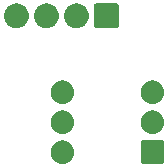
<source format=gbr>
G04 #@! TF.GenerationSoftware,KiCad,Pcbnew,7.0.9*
G04 #@! TF.CreationDate,2024-02-07T11:32:08+05:45*
G04 #@! TF.ProjectId,OBC-v4.0,4f42432d-7634-42e3-902e-6b696361645f,rev?*
G04 #@! TF.SameCoordinates,Original*
G04 #@! TF.FileFunction,Soldermask,Bot*
G04 #@! TF.FilePolarity,Negative*
%FSLAX46Y46*%
G04 Gerber Fmt 4.6, Leading zero omitted, Abs format (unit mm)*
G04 Created by KiCad (PCBNEW 7.0.9) date 2024-02-07 11:32:08*
%MOMM*%
%LPD*%
G01*
G04 APERTURE LIST*
G04 APERTURE END LIST*
G36*
X119181224Y-94119799D02*
G01*
X119224718Y-94119799D01*
X119273158Y-94128853D01*
X119327590Y-94134215D01*
X119368938Y-94146757D01*
X119406018Y-94153689D01*
X119457368Y-94173582D01*
X119515183Y-94191120D01*
X119548220Y-94208778D01*
X119578001Y-94220316D01*
X119629745Y-94252354D01*
X119688070Y-94283530D01*
X119712576Y-94303641D01*
X119734811Y-94317409D01*
X119784075Y-94362319D01*
X119839607Y-94407893D01*
X119856063Y-94427945D01*
X119871111Y-94441663D01*
X119914797Y-94499513D01*
X119963970Y-94559430D01*
X119973477Y-94577218D01*
X119982262Y-94588850D01*
X120017213Y-94659040D01*
X120056380Y-94732317D01*
X120060556Y-94746086D01*
X120064472Y-94753949D01*
X120087605Y-94835255D01*
X120113285Y-94919910D01*
X120114128Y-94928473D01*
X120114946Y-94931347D01*
X120123443Y-95023047D01*
X120132500Y-95115000D01*
X120123442Y-95206960D01*
X120114946Y-95298652D01*
X120114128Y-95301524D01*
X120113285Y-95310090D01*
X120087600Y-95394759D01*
X120064472Y-95476050D01*
X120060557Y-95483911D01*
X120056380Y-95497683D01*
X120017205Y-95570972D01*
X119982262Y-95641149D01*
X119973479Y-95652778D01*
X119963970Y-95670570D01*
X119914788Y-95730498D01*
X119871111Y-95788336D01*
X119856066Y-95802050D01*
X119839607Y-95822107D01*
X119784064Y-95867689D01*
X119734811Y-95912590D01*
X119712581Y-95926354D01*
X119688070Y-95946470D01*
X119629733Y-95977651D01*
X119578001Y-96009683D01*
X119548227Y-96021217D01*
X119515183Y-96038880D01*
X119457356Y-96056421D01*
X119406018Y-96076310D01*
X119368945Y-96083240D01*
X119327590Y-96095785D01*
X119273155Y-96101146D01*
X119224718Y-96110201D01*
X119181224Y-96110201D01*
X119132500Y-96115000D01*
X119083776Y-96110201D01*
X119040282Y-96110201D01*
X118991843Y-96101146D01*
X118937410Y-96095785D01*
X118896055Y-96083240D01*
X118858981Y-96076310D01*
X118807639Y-96056419D01*
X118749817Y-96038880D01*
X118716775Y-96021218D01*
X118686998Y-96009683D01*
X118635259Y-95977647D01*
X118576930Y-95946470D01*
X118552421Y-95926356D01*
X118530188Y-95912590D01*
X118480925Y-95867681D01*
X118425393Y-95822107D01*
X118408936Y-95802054D01*
X118393888Y-95788336D01*
X118350199Y-95730482D01*
X118301030Y-95670570D01*
X118291522Y-95652783D01*
X118282737Y-95641149D01*
X118247779Y-95570945D01*
X118208620Y-95497683D01*
X118204443Y-95483916D01*
X118200527Y-95476050D01*
X118177382Y-95394706D01*
X118151715Y-95310090D01*
X118150871Y-95301530D01*
X118150053Y-95298652D01*
X118141540Y-95206788D01*
X118132500Y-95115000D01*
X118141539Y-95023219D01*
X118150053Y-94931347D01*
X118150872Y-94928468D01*
X118151715Y-94919910D01*
X118177378Y-94835308D01*
X118200527Y-94753949D01*
X118204444Y-94746081D01*
X118208620Y-94732317D01*
X118247772Y-94659068D01*
X118282737Y-94588850D01*
X118291524Y-94577213D01*
X118301030Y-94559430D01*
X118350189Y-94499528D01*
X118393888Y-94441663D01*
X118408939Y-94427941D01*
X118425393Y-94407893D01*
X118480914Y-94362327D01*
X118530188Y-94317409D01*
X118552426Y-94303639D01*
X118576930Y-94283530D01*
X118635247Y-94252358D01*
X118686998Y-94220316D01*
X118716782Y-94208777D01*
X118749817Y-94191120D01*
X118807627Y-94173583D01*
X118858981Y-94153689D01*
X118896062Y-94146757D01*
X118937410Y-94134215D01*
X118991840Y-94128853D01*
X119040282Y-94119799D01*
X119083776Y-94119799D01*
X119132500Y-94115000D01*
X119181224Y-94119799D01*
G37*
G36*
X127568543Y-94118191D02*
G01*
X127601227Y-94122494D01*
X127609448Y-94126327D01*
X127629037Y-94130224D01*
X127654980Y-94147559D01*
X127666108Y-94152748D01*
X127672878Y-94159518D01*
X127693921Y-94173579D01*
X127707981Y-94194621D01*
X127714751Y-94201391D01*
X127719938Y-94212516D01*
X127737276Y-94238463D01*
X127741172Y-94258053D01*
X127745005Y-94266272D01*
X127749306Y-94298945D01*
X127752500Y-94315000D01*
X127752500Y-95915000D01*
X127749305Y-95931058D01*
X127745005Y-95963727D01*
X127741173Y-95971944D01*
X127737276Y-95991537D01*
X127719937Y-96017485D01*
X127714751Y-96028608D01*
X127707983Y-96035375D01*
X127693921Y-96056421D01*
X127672875Y-96070483D01*
X127666108Y-96077251D01*
X127654985Y-96082437D01*
X127629037Y-96099776D01*
X127609444Y-96103673D01*
X127601227Y-96107505D01*
X127568556Y-96111806D01*
X127552500Y-96115000D01*
X125952500Y-96115000D01*
X125936443Y-96111806D01*
X125903772Y-96107505D01*
X125895553Y-96103672D01*
X125875963Y-96099776D01*
X125850016Y-96082438D01*
X125838891Y-96077251D01*
X125832121Y-96070481D01*
X125811079Y-96056421D01*
X125797018Y-96035378D01*
X125790248Y-96028608D01*
X125785059Y-96017480D01*
X125767724Y-95991537D01*
X125763827Y-95971948D01*
X125759994Y-95963727D01*
X125755690Y-95931041D01*
X125752500Y-95915000D01*
X125752500Y-94315000D01*
X125755690Y-94298958D01*
X125759994Y-94266272D01*
X125763827Y-94258049D01*
X125767724Y-94238463D01*
X125785057Y-94212521D01*
X125790248Y-94201391D01*
X125797020Y-94194618D01*
X125811079Y-94173579D01*
X125832118Y-94159520D01*
X125838891Y-94152748D01*
X125850021Y-94147557D01*
X125875963Y-94130224D01*
X125895549Y-94126327D01*
X125903772Y-94122494D01*
X125936460Y-94118190D01*
X125952500Y-94115000D01*
X127552500Y-94115000D01*
X127568543Y-94118191D01*
G37*
G36*
X119181224Y-91579799D02*
G01*
X119224718Y-91579799D01*
X119273158Y-91588853D01*
X119327590Y-91594215D01*
X119368938Y-91606757D01*
X119406018Y-91613689D01*
X119457368Y-91633582D01*
X119515183Y-91651120D01*
X119548220Y-91668778D01*
X119578001Y-91680316D01*
X119629745Y-91712354D01*
X119688070Y-91743530D01*
X119712576Y-91763641D01*
X119734811Y-91777409D01*
X119784075Y-91822319D01*
X119839607Y-91867893D01*
X119856063Y-91887945D01*
X119871111Y-91901663D01*
X119914797Y-91959513D01*
X119963970Y-92019430D01*
X119973477Y-92037218D01*
X119982262Y-92048850D01*
X120017213Y-92119040D01*
X120056380Y-92192317D01*
X120060556Y-92206086D01*
X120064472Y-92213949D01*
X120087605Y-92295255D01*
X120113285Y-92379910D01*
X120114128Y-92388473D01*
X120114946Y-92391347D01*
X120123443Y-92483047D01*
X120132500Y-92575000D01*
X120123442Y-92666960D01*
X120114946Y-92758652D01*
X120114128Y-92761524D01*
X120113285Y-92770090D01*
X120087600Y-92854759D01*
X120064472Y-92936050D01*
X120060557Y-92943911D01*
X120056380Y-92957683D01*
X120017205Y-93030972D01*
X119982262Y-93101149D01*
X119973479Y-93112778D01*
X119963970Y-93130570D01*
X119914788Y-93190498D01*
X119871111Y-93248336D01*
X119856066Y-93262050D01*
X119839607Y-93282107D01*
X119784064Y-93327689D01*
X119734811Y-93372590D01*
X119712581Y-93386354D01*
X119688070Y-93406470D01*
X119629733Y-93437651D01*
X119578001Y-93469683D01*
X119548227Y-93481217D01*
X119515183Y-93498880D01*
X119457356Y-93516421D01*
X119406018Y-93536310D01*
X119368945Y-93543240D01*
X119327590Y-93555785D01*
X119273155Y-93561146D01*
X119224718Y-93570201D01*
X119181224Y-93570201D01*
X119132500Y-93575000D01*
X119083776Y-93570201D01*
X119040282Y-93570201D01*
X118991843Y-93561146D01*
X118937410Y-93555785D01*
X118896055Y-93543240D01*
X118858981Y-93536310D01*
X118807639Y-93516419D01*
X118749817Y-93498880D01*
X118716775Y-93481218D01*
X118686998Y-93469683D01*
X118635259Y-93437647D01*
X118576930Y-93406470D01*
X118552421Y-93386356D01*
X118530188Y-93372590D01*
X118480925Y-93327681D01*
X118425393Y-93282107D01*
X118408936Y-93262054D01*
X118393888Y-93248336D01*
X118350199Y-93190482D01*
X118301030Y-93130570D01*
X118291522Y-93112783D01*
X118282737Y-93101149D01*
X118247779Y-93030945D01*
X118208620Y-92957683D01*
X118204443Y-92943916D01*
X118200527Y-92936050D01*
X118177382Y-92854706D01*
X118151715Y-92770090D01*
X118150871Y-92761530D01*
X118150053Y-92758652D01*
X118141540Y-92666788D01*
X118132500Y-92575000D01*
X118141539Y-92483219D01*
X118150053Y-92391347D01*
X118150872Y-92388468D01*
X118151715Y-92379910D01*
X118177378Y-92295308D01*
X118200527Y-92213949D01*
X118204444Y-92206081D01*
X118208620Y-92192317D01*
X118247772Y-92119068D01*
X118282737Y-92048850D01*
X118291524Y-92037213D01*
X118301030Y-92019430D01*
X118350189Y-91959528D01*
X118393888Y-91901663D01*
X118408939Y-91887941D01*
X118425393Y-91867893D01*
X118480914Y-91822327D01*
X118530188Y-91777409D01*
X118552426Y-91763639D01*
X118576930Y-91743530D01*
X118635247Y-91712358D01*
X118686998Y-91680316D01*
X118716782Y-91668777D01*
X118749817Y-91651120D01*
X118807627Y-91633583D01*
X118858981Y-91613689D01*
X118896062Y-91606757D01*
X118937410Y-91594215D01*
X118991840Y-91588853D01*
X119040282Y-91579799D01*
X119083776Y-91579799D01*
X119132500Y-91575000D01*
X119181224Y-91579799D01*
G37*
G36*
X126801224Y-91579799D02*
G01*
X126844718Y-91579799D01*
X126893158Y-91588853D01*
X126947590Y-91594215D01*
X126988938Y-91606757D01*
X127026018Y-91613689D01*
X127077368Y-91633582D01*
X127135183Y-91651120D01*
X127168220Y-91668778D01*
X127198001Y-91680316D01*
X127249745Y-91712354D01*
X127308070Y-91743530D01*
X127332576Y-91763641D01*
X127354811Y-91777409D01*
X127404075Y-91822319D01*
X127459607Y-91867893D01*
X127476063Y-91887945D01*
X127491111Y-91901663D01*
X127534797Y-91959513D01*
X127583970Y-92019430D01*
X127593477Y-92037218D01*
X127602262Y-92048850D01*
X127637213Y-92119040D01*
X127676380Y-92192317D01*
X127680556Y-92206086D01*
X127684472Y-92213949D01*
X127707605Y-92295255D01*
X127733285Y-92379910D01*
X127734128Y-92388473D01*
X127734946Y-92391347D01*
X127743443Y-92483047D01*
X127752500Y-92575000D01*
X127743442Y-92666960D01*
X127734946Y-92758652D01*
X127734128Y-92761524D01*
X127733285Y-92770090D01*
X127707600Y-92854759D01*
X127684472Y-92936050D01*
X127680557Y-92943911D01*
X127676380Y-92957683D01*
X127637205Y-93030972D01*
X127602262Y-93101149D01*
X127593479Y-93112778D01*
X127583970Y-93130570D01*
X127534788Y-93190498D01*
X127491111Y-93248336D01*
X127476066Y-93262050D01*
X127459607Y-93282107D01*
X127404064Y-93327689D01*
X127354811Y-93372590D01*
X127332581Y-93386354D01*
X127308070Y-93406470D01*
X127249733Y-93437651D01*
X127198001Y-93469683D01*
X127168227Y-93481217D01*
X127135183Y-93498880D01*
X127077356Y-93516421D01*
X127026018Y-93536310D01*
X126988945Y-93543240D01*
X126947590Y-93555785D01*
X126893155Y-93561146D01*
X126844718Y-93570201D01*
X126801224Y-93570201D01*
X126752500Y-93575000D01*
X126703776Y-93570201D01*
X126660282Y-93570201D01*
X126611843Y-93561146D01*
X126557410Y-93555785D01*
X126516055Y-93543240D01*
X126478981Y-93536310D01*
X126427639Y-93516419D01*
X126369817Y-93498880D01*
X126336775Y-93481218D01*
X126306998Y-93469683D01*
X126255259Y-93437647D01*
X126196930Y-93406470D01*
X126172421Y-93386356D01*
X126150188Y-93372590D01*
X126100925Y-93327681D01*
X126045393Y-93282107D01*
X126028936Y-93262054D01*
X126013888Y-93248336D01*
X125970199Y-93190482D01*
X125921030Y-93130570D01*
X125911522Y-93112783D01*
X125902737Y-93101149D01*
X125867779Y-93030945D01*
X125828620Y-92957683D01*
X125824443Y-92943916D01*
X125820527Y-92936050D01*
X125797382Y-92854706D01*
X125771715Y-92770090D01*
X125770871Y-92761530D01*
X125770053Y-92758652D01*
X125761540Y-92666788D01*
X125752500Y-92575000D01*
X125761539Y-92483219D01*
X125770053Y-92391347D01*
X125770872Y-92388468D01*
X125771715Y-92379910D01*
X125797378Y-92295308D01*
X125820527Y-92213949D01*
X125824444Y-92206081D01*
X125828620Y-92192317D01*
X125867772Y-92119068D01*
X125902737Y-92048850D01*
X125911524Y-92037213D01*
X125921030Y-92019430D01*
X125970189Y-91959528D01*
X126013888Y-91901663D01*
X126028939Y-91887941D01*
X126045393Y-91867893D01*
X126100914Y-91822327D01*
X126150188Y-91777409D01*
X126172426Y-91763639D01*
X126196930Y-91743530D01*
X126255247Y-91712358D01*
X126306998Y-91680316D01*
X126336782Y-91668777D01*
X126369817Y-91651120D01*
X126427627Y-91633583D01*
X126478981Y-91613689D01*
X126516062Y-91606757D01*
X126557410Y-91594215D01*
X126611840Y-91588853D01*
X126660282Y-91579799D01*
X126703776Y-91579799D01*
X126752500Y-91575000D01*
X126801224Y-91579799D01*
G37*
G36*
X119181224Y-89039799D02*
G01*
X119224718Y-89039799D01*
X119273158Y-89048853D01*
X119327590Y-89054215D01*
X119368938Y-89066757D01*
X119406018Y-89073689D01*
X119457368Y-89093582D01*
X119515183Y-89111120D01*
X119548220Y-89128778D01*
X119578001Y-89140316D01*
X119629745Y-89172354D01*
X119688070Y-89203530D01*
X119712576Y-89223641D01*
X119734811Y-89237409D01*
X119784075Y-89282319D01*
X119839607Y-89327893D01*
X119856063Y-89347945D01*
X119871111Y-89361663D01*
X119914797Y-89419513D01*
X119963970Y-89479430D01*
X119973477Y-89497218D01*
X119982262Y-89508850D01*
X120017213Y-89579040D01*
X120056380Y-89652317D01*
X120060556Y-89666086D01*
X120064472Y-89673949D01*
X120087605Y-89755255D01*
X120113285Y-89839910D01*
X120114128Y-89848473D01*
X120114946Y-89851347D01*
X120123443Y-89943047D01*
X120132500Y-90035000D01*
X120123442Y-90126960D01*
X120114946Y-90218652D01*
X120114128Y-90221524D01*
X120113285Y-90230090D01*
X120087600Y-90314759D01*
X120064472Y-90396050D01*
X120060557Y-90403911D01*
X120056380Y-90417683D01*
X120017205Y-90490972D01*
X119982262Y-90561149D01*
X119973479Y-90572778D01*
X119963970Y-90590570D01*
X119914788Y-90650498D01*
X119871111Y-90708336D01*
X119856066Y-90722050D01*
X119839607Y-90742107D01*
X119784064Y-90787689D01*
X119734811Y-90832590D01*
X119712581Y-90846354D01*
X119688070Y-90866470D01*
X119629733Y-90897651D01*
X119578001Y-90929683D01*
X119548227Y-90941217D01*
X119515183Y-90958880D01*
X119457356Y-90976421D01*
X119406018Y-90996310D01*
X119368945Y-91003240D01*
X119327590Y-91015785D01*
X119273155Y-91021146D01*
X119224718Y-91030201D01*
X119181224Y-91030201D01*
X119132500Y-91035000D01*
X119083776Y-91030201D01*
X119040282Y-91030201D01*
X118991843Y-91021146D01*
X118937410Y-91015785D01*
X118896055Y-91003240D01*
X118858981Y-90996310D01*
X118807639Y-90976419D01*
X118749817Y-90958880D01*
X118716775Y-90941218D01*
X118686998Y-90929683D01*
X118635259Y-90897647D01*
X118576930Y-90866470D01*
X118552421Y-90846356D01*
X118530188Y-90832590D01*
X118480925Y-90787681D01*
X118425393Y-90742107D01*
X118408936Y-90722054D01*
X118393888Y-90708336D01*
X118350199Y-90650482D01*
X118301030Y-90590570D01*
X118291522Y-90572783D01*
X118282737Y-90561149D01*
X118247779Y-90490945D01*
X118208620Y-90417683D01*
X118204443Y-90403916D01*
X118200527Y-90396050D01*
X118177382Y-90314706D01*
X118151715Y-90230090D01*
X118150871Y-90221530D01*
X118150053Y-90218652D01*
X118141540Y-90126788D01*
X118132500Y-90035000D01*
X118141539Y-89943219D01*
X118150053Y-89851347D01*
X118150872Y-89848468D01*
X118151715Y-89839910D01*
X118177378Y-89755308D01*
X118200527Y-89673949D01*
X118204444Y-89666081D01*
X118208620Y-89652317D01*
X118247772Y-89579068D01*
X118282737Y-89508850D01*
X118291524Y-89497213D01*
X118301030Y-89479430D01*
X118350189Y-89419528D01*
X118393888Y-89361663D01*
X118408939Y-89347941D01*
X118425393Y-89327893D01*
X118480914Y-89282327D01*
X118530188Y-89237409D01*
X118552426Y-89223639D01*
X118576930Y-89203530D01*
X118635247Y-89172358D01*
X118686998Y-89140316D01*
X118716782Y-89128777D01*
X118749817Y-89111120D01*
X118807627Y-89093583D01*
X118858981Y-89073689D01*
X118896062Y-89066757D01*
X118937410Y-89054215D01*
X118991840Y-89048853D01*
X119040282Y-89039799D01*
X119083776Y-89039799D01*
X119132500Y-89035000D01*
X119181224Y-89039799D01*
G37*
G36*
X126801224Y-89039799D02*
G01*
X126844718Y-89039799D01*
X126893158Y-89048853D01*
X126947590Y-89054215D01*
X126988938Y-89066757D01*
X127026018Y-89073689D01*
X127077368Y-89093582D01*
X127135183Y-89111120D01*
X127168220Y-89128778D01*
X127198001Y-89140316D01*
X127249745Y-89172354D01*
X127308070Y-89203530D01*
X127332576Y-89223641D01*
X127354811Y-89237409D01*
X127404075Y-89282319D01*
X127459607Y-89327893D01*
X127476063Y-89347945D01*
X127491111Y-89361663D01*
X127534797Y-89419513D01*
X127583970Y-89479430D01*
X127593477Y-89497218D01*
X127602262Y-89508850D01*
X127637213Y-89579040D01*
X127676380Y-89652317D01*
X127680556Y-89666086D01*
X127684472Y-89673949D01*
X127707605Y-89755255D01*
X127733285Y-89839910D01*
X127734128Y-89848473D01*
X127734946Y-89851347D01*
X127743443Y-89943047D01*
X127752500Y-90035000D01*
X127743442Y-90126960D01*
X127734946Y-90218652D01*
X127734128Y-90221524D01*
X127733285Y-90230090D01*
X127707600Y-90314759D01*
X127684472Y-90396050D01*
X127680557Y-90403911D01*
X127676380Y-90417683D01*
X127637205Y-90490972D01*
X127602262Y-90561149D01*
X127593479Y-90572778D01*
X127583970Y-90590570D01*
X127534788Y-90650498D01*
X127491111Y-90708336D01*
X127476066Y-90722050D01*
X127459607Y-90742107D01*
X127404064Y-90787689D01*
X127354811Y-90832590D01*
X127332581Y-90846354D01*
X127308070Y-90866470D01*
X127249733Y-90897651D01*
X127198001Y-90929683D01*
X127168227Y-90941217D01*
X127135183Y-90958880D01*
X127077356Y-90976421D01*
X127026018Y-90996310D01*
X126988945Y-91003240D01*
X126947590Y-91015785D01*
X126893155Y-91021146D01*
X126844718Y-91030201D01*
X126801224Y-91030201D01*
X126752500Y-91035000D01*
X126703776Y-91030201D01*
X126660282Y-91030201D01*
X126611843Y-91021146D01*
X126557410Y-91015785D01*
X126516055Y-91003240D01*
X126478981Y-90996310D01*
X126427639Y-90976419D01*
X126369817Y-90958880D01*
X126336775Y-90941218D01*
X126306998Y-90929683D01*
X126255259Y-90897647D01*
X126196930Y-90866470D01*
X126172421Y-90846356D01*
X126150188Y-90832590D01*
X126100925Y-90787681D01*
X126045393Y-90742107D01*
X126028936Y-90722054D01*
X126013888Y-90708336D01*
X125970199Y-90650482D01*
X125921030Y-90590570D01*
X125911522Y-90572783D01*
X125902737Y-90561149D01*
X125867779Y-90490945D01*
X125828620Y-90417683D01*
X125824443Y-90403916D01*
X125820527Y-90396050D01*
X125797382Y-90314706D01*
X125771715Y-90230090D01*
X125770871Y-90221530D01*
X125770053Y-90218652D01*
X125761540Y-90126788D01*
X125752500Y-90035000D01*
X125761539Y-89943219D01*
X125770053Y-89851347D01*
X125770872Y-89848468D01*
X125771715Y-89839910D01*
X125797378Y-89755308D01*
X125820527Y-89673949D01*
X125824444Y-89666081D01*
X125828620Y-89652317D01*
X125867772Y-89579068D01*
X125902737Y-89508850D01*
X125911524Y-89497213D01*
X125921030Y-89479430D01*
X125970189Y-89419528D01*
X126013888Y-89361663D01*
X126028939Y-89347941D01*
X126045393Y-89327893D01*
X126100914Y-89282327D01*
X126150188Y-89237409D01*
X126172426Y-89223639D01*
X126196930Y-89203530D01*
X126255247Y-89172358D01*
X126306998Y-89140316D01*
X126336782Y-89128777D01*
X126369817Y-89111120D01*
X126427627Y-89093583D01*
X126478981Y-89073689D01*
X126516062Y-89066757D01*
X126557410Y-89054215D01*
X126611840Y-89048853D01*
X126660282Y-89039799D01*
X126703776Y-89039799D01*
X126752500Y-89035000D01*
X126801224Y-89039799D01*
G37*
G36*
X115285889Y-82525012D02*
G01*
X115331830Y-82525012D01*
X115382988Y-82534575D01*
X115439845Y-82540175D01*
X115483042Y-82553278D01*
X115522202Y-82560599D01*
X115576438Y-82581609D01*
X115636818Y-82599926D01*
X115671315Y-82618365D01*
X115702786Y-82630557D01*
X115757469Y-82664415D01*
X115818349Y-82696957D01*
X115843929Y-82717950D01*
X115867442Y-82732509D01*
X115919546Y-82780008D01*
X115977462Y-82827538D01*
X115994621Y-82848446D01*
X116010564Y-82862980D01*
X116056838Y-82924258D01*
X116108043Y-82986651D01*
X116117947Y-83005180D01*
X116127273Y-83017530D01*
X116164372Y-83092034D01*
X116205074Y-83168182D01*
X116209415Y-83182492D01*
X116213596Y-83190889D01*
X116238295Y-83277697D01*
X116264825Y-83365155D01*
X116265696Y-83374003D01*
X116266594Y-83377158D01*
X116275933Y-83477944D01*
X116285000Y-83570000D01*
X116275932Y-83662063D01*
X116266594Y-83762841D01*
X116265696Y-83765994D01*
X116264825Y-83774845D01*
X116238290Y-83862317D01*
X116213596Y-83949110D01*
X116209415Y-83957504D01*
X116205074Y-83971818D01*
X116164364Y-84047979D01*
X116127273Y-84122469D01*
X116117949Y-84134815D01*
X116108043Y-84153349D01*
X116056829Y-84215752D01*
X116010564Y-84277019D01*
X115994624Y-84291549D01*
X115977462Y-84312462D01*
X115919535Y-84360000D01*
X115867442Y-84407490D01*
X115843934Y-84422045D01*
X115818349Y-84443043D01*
X115757457Y-84475590D01*
X115702786Y-84509442D01*
X115671321Y-84521631D01*
X115636818Y-84540074D01*
X115576426Y-84558393D01*
X115522202Y-84579400D01*
X115483049Y-84586719D01*
X115439845Y-84599825D01*
X115382985Y-84605425D01*
X115331830Y-84614988D01*
X115285889Y-84614988D01*
X115235000Y-84620000D01*
X115184111Y-84614988D01*
X115138170Y-84614988D01*
X115087014Y-84605424D01*
X115030155Y-84599825D01*
X114986952Y-84586719D01*
X114947797Y-84579400D01*
X114893569Y-84558392D01*
X114833182Y-84540074D01*
X114798680Y-84521632D01*
X114767213Y-84509442D01*
X114712535Y-84475586D01*
X114651651Y-84443043D01*
X114626068Y-84422047D01*
X114602557Y-84407490D01*
X114550454Y-84359992D01*
X114492538Y-84312462D01*
X114475378Y-84291553D01*
X114459435Y-84277019D01*
X114413158Y-84215737D01*
X114361957Y-84153349D01*
X114352053Y-84134820D01*
X114342726Y-84122469D01*
X114305620Y-84047951D01*
X114264926Y-83971818D01*
X114260585Y-83957509D01*
X114256403Y-83949110D01*
X114231693Y-83862264D01*
X114205175Y-83774845D01*
X114204303Y-83766000D01*
X114203405Y-83762841D01*
X114194050Y-83661891D01*
X114185000Y-83570000D01*
X114194049Y-83478116D01*
X114203405Y-83377158D01*
X114204304Y-83373998D01*
X114205175Y-83365155D01*
X114231688Y-83277750D01*
X114256403Y-83190889D01*
X114260586Y-83182487D01*
X114264926Y-83168182D01*
X114305613Y-83092061D01*
X114342726Y-83017530D01*
X114352054Y-83005176D01*
X114361957Y-82986651D01*
X114413148Y-82924274D01*
X114459435Y-82862980D01*
X114475381Y-82848442D01*
X114492538Y-82827538D01*
X114550443Y-82780016D01*
X114602557Y-82732509D01*
X114626073Y-82717948D01*
X114651651Y-82696957D01*
X114712523Y-82664419D01*
X114767213Y-82630557D01*
X114798687Y-82618363D01*
X114833182Y-82599926D01*
X114893557Y-82581611D01*
X114947797Y-82560599D01*
X114986959Y-82553278D01*
X115030155Y-82540175D01*
X115087011Y-82534575D01*
X115138170Y-82525012D01*
X115184111Y-82525012D01*
X115235000Y-82520000D01*
X115285889Y-82525012D01*
G37*
G36*
X117825889Y-82525012D02*
G01*
X117871830Y-82525012D01*
X117922988Y-82534575D01*
X117979845Y-82540175D01*
X118023042Y-82553278D01*
X118062202Y-82560599D01*
X118116438Y-82581609D01*
X118176818Y-82599926D01*
X118211315Y-82618365D01*
X118242786Y-82630557D01*
X118297469Y-82664415D01*
X118358349Y-82696957D01*
X118383929Y-82717950D01*
X118407442Y-82732509D01*
X118459546Y-82780008D01*
X118517462Y-82827538D01*
X118534621Y-82848446D01*
X118550564Y-82862980D01*
X118596838Y-82924258D01*
X118648043Y-82986651D01*
X118657947Y-83005180D01*
X118667273Y-83017530D01*
X118704372Y-83092034D01*
X118745074Y-83168182D01*
X118749415Y-83182492D01*
X118753596Y-83190889D01*
X118778295Y-83277697D01*
X118804825Y-83365155D01*
X118805696Y-83374003D01*
X118806594Y-83377158D01*
X118815933Y-83477944D01*
X118825000Y-83570000D01*
X118815932Y-83662063D01*
X118806594Y-83762841D01*
X118805696Y-83765994D01*
X118804825Y-83774845D01*
X118778290Y-83862317D01*
X118753596Y-83949110D01*
X118749415Y-83957504D01*
X118745074Y-83971818D01*
X118704364Y-84047979D01*
X118667273Y-84122469D01*
X118657949Y-84134815D01*
X118648043Y-84153349D01*
X118596829Y-84215752D01*
X118550564Y-84277019D01*
X118534624Y-84291549D01*
X118517462Y-84312462D01*
X118459535Y-84360000D01*
X118407442Y-84407490D01*
X118383934Y-84422045D01*
X118358349Y-84443043D01*
X118297457Y-84475590D01*
X118242786Y-84509442D01*
X118211321Y-84521631D01*
X118176818Y-84540074D01*
X118116426Y-84558393D01*
X118062202Y-84579400D01*
X118023049Y-84586719D01*
X117979845Y-84599825D01*
X117922985Y-84605425D01*
X117871830Y-84614988D01*
X117825889Y-84614988D01*
X117775000Y-84620000D01*
X117724111Y-84614988D01*
X117678170Y-84614988D01*
X117627014Y-84605424D01*
X117570155Y-84599825D01*
X117526952Y-84586719D01*
X117487797Y-84579400D01*
X117433569Y-84558392D01*
X117373182Y-84540074D01*
X117338680Y-84521632D01*
X117307213Y-84509442D01*
X117252535Y-84475586D01*
X117191651Y-84443043D01*
X117166068Y-84422047D01*
X117142557Y-84407490D01*
X117090454Y-84359992D01*
X117032538Y-84312462D01*
X117015378Y-84291553D01*
X116999435Y-84277019D01*
X116953158Y-84215737D01*
X116901957Y-84153349D01*
X116892053Y-84134820D01*
X116882726Y-84122469D01*
X116845620Y-84047951D01*
X116804926Y-83971818D01*
X116800585Y-83957509D01*
X116796403Y-83949110D01*
X116771693Y-83862264D01*
X116745175Y-83774845D01*
X116744303Y-83766000D01*
X116743405Y-83762841D01*
X116734050Y-83661891D01*
X116725000Y-83570000D01*
X116734049Y-83478116D01*
X116743405Y-83377158D01*
X116744304Y-83373998D01*
X116745175Y-83365155D01*
X116771688Y-83277750D01*
X116796403Y-83190889D01*
X116800586Y-83182487D01*
X116804926Y-83168182D01*
X116845613Y-83092061D01*
X116882726Y-83017530D01*
X116892054Y-83005176D01*
X116901957Y-82986651D01*
X116953148Y-82924274D01*
X116999435Y-82862980D01*
X117015381Y-82848442D01*
X117032538Y-82827538D01*
X117090443Y-82780016D01*
X117142557Y-82732509D01*
X117166073Y-82717948D01*
X117191651Y-82696957D01*
X117252523Y-82664419D01*
X117307213Y-82630557D01*
X117338687Y-82618363D01*
X117373182Y-82599926D01*
X117433557Y-82581611D01*
X117487797Y-82560599D01*
X117526959Y-82553278D01*
X117570155Y-82540175D01*
X117627011Y-82534575D01*
X117678170Y-82525012D01*
X117724111Y-82525012D01*
X117775000Y-82520000D01*
X117825889Y-82525012D01*
G37*
G36*
X120365889Y-82525012D02*
G01*
X120411830Y-82525012D01*
X120462988Y-82534575D01*
X120519845Y-82540175D01*
X120563042Y-82553278D01*
X120602202Y-82560599D01*
X120656438Y-82581609D01*
X120716818Y-82599926D01*
X120751315Y-82618365D01*
X120782786Y-82630557D01*
X120837469Y-82664415D01*
X120898349Y-82696957D01*
X120923929Y-82717950D01*
X120947442Y-82732509D01*
X120999546Y-82780008D01*
X121057462Y-82827538D01*
X121074621Y-82848446D01*
X121090564Y-82862980D01*
X121136838Y-82924258D01*
X121188043Y-82986651D01*
X121197947Y-83005180D01*
X121207273Y-83017530D01*
X121244372Y-83092034D01*
X121285074Y-83168182D01*
X121289415Y-83182492D01*
X121293596Y-83190889D01*
X121318295Y-83277697D01*
X121344825Y-83365155D01*
X121345696Y-83374003D01*
X121346594Y-83377158D01*
X121355933Y-83477944D01*
X121365000Y-83570000D01*
X121355932Y-83662063D01*
X121346594Y-83762841D01*
X121345696Y-83765994D01*
X121344825Y-83774845D01*
X121318290Y-83862317D01*
X121293596Y-83949110D01*
X121289415Y-83957504D01*
X121285074Y-83971818D01*
X121244364Y-84047979D01*
X121207273Y-84122469D01*
X121197949Y-84134815D01*
X121188043Y-84153349D01*
X121136829Y-84215752D01*
X121090564Y-84277019D01*
X121074624Y-84291549D01*
X121057462Y-84312462D01*
X120999535Y-84360000D01*
X120947442Y-84407490D01*
X120923934Y-84422045D01*
X120898349Y-84443043D01*
X120837457Y-84475590D01*
X120782786Y-84509442D01*
X120751321Y-84521631D01*
X120716818Y-84540074D01*
X120656426Y-84558393D01*
X120602202Y-84579400D01*
X120563049Y-84586719D01*
X120519845Y-84599825D01*
X120462985Y-84605425D01*
X120411830Y-84614988D01*
X120365889Y-84614988D01*
X120315000Y-84620000D01*
X120264111Y-84614988D01*
X120218170Y-84614988D01*
X120167014Y-84605424D01*
X120110155Y-84599825D01*
X120066952Y-84586719D01*
X120027797Y-84579400D01*
X119973569Y-84558392D01*
X119913182Y-84540074D01*
X119878680Y-84521632D01*
X119847213Y-84509442D01*
X119792535Y-84475586D01*
X119731651Y-84443043D01*
X119706068Y-84422047D01*
X119682557Y-84407490D01*
X119630454Y-84359992D01*
X119572538Y-84312462D01*
X119555378Y-84291553D01*
X119539435Y-84277019D01*
X119493158Y-84215737D01*
X119441957Y-84153349D01*
X119432053Y-84134820D01*
X119422726Y-84122469D01*
X119385620Y-84047951D01*
X119344926Y-83971818D01*
X119340585Y-83957509D01*
X119336403Y-83949110D01*
X119311693Y-83862264D01*
X119285175Y-83774845D01*
X119284303Y-83766000D01*
X119283405Y-83762841D01*
X119274050Y-83661891D01*
X119265000Y-83570000D01*
X119274049Y-83478116D01*
X119283405Y-83377158D01*
X119284304Y-83373998D01*
X119285175Y-83365155D01*
X119311688Y-83277750D01*
X119336403Y-83190889D01*
X119340586Y-83182487D01*
X119344926Y-83168182D01*
X119385613Y-83092061D01*
X119422726Y-83017530D01*
X119432054Y-83005176D01*
X119441957Y-82986651D01*
X119493148Y-82924274D01*
X119539435Y-82862980D01*
X119555381Y-82848442D01*
X119572538Y-82827538D01*
X119630443Y-82780016D01*
X119682557Y-82732509D01*
X119706073Y-82717948D01*
X119731651Y-82696957D01*
X119792523Y-82664419D01*
X119847213Y-82630557D01*
X119878687Y-82618363D01*
X119913182Y-82599926D01*
X119973557Y-82581611D01*
X120027797Y-82560599D01*
X120066959Y-82553278D01*
X120110155Y-82540175D01*
X120167011Y-82534575D01*
X120218170Y-82525012D01*
X120264111Y-82525012D01*
X120315000Y-82520000D01*
X120365889Y-82525012D01*
G37*
G36*
X123721043Y-82523191D02*
G01*
X123753727Y-82527494D01*
X123761948Y-82531327D01*
X123781537Y-82535224D01*
X123807480Y-82552559D01*
X123818608Y-82557748D01*
X123825378Y-82564518D01*
X123846421Y-82578579D01*
X123860481Y-82599621D01*
X123867251Y-82606391D01*
X123872438Y-82617516D01*
X123889776Y-82643463D01*
X123893672Y-82663053D01*
X123897505Y-82671272D01*
X123901806Y-82703945D01*
X123905000Y-82720000D01*
X123905000Y-84420000D01*
X123901805Y-84436058D01*
X123897505Y-84468727D01*
X123893673Y-84476944D01*
X123889776Y-84496537D01*
X123872437Y-84522485D01*
X123867251Y-84533608D01*
X123860483Y-84540375D01*
X123846421Y-84561421D01*
X123825375Y-84575483D01*
X123818608Y-84582251D01*
X123807485Y-84587437D01*
X123781537Y-84604776D01*
X123761944Y-84608673D01*
X123753727Y-84612505D01*
X123721056Y-84616806D01*
X123705000Y-84620000D01*
X122005000Y-84620000D01*
X121988943Y-84616806D01*
X121956272Y-84612505D01*
X121948053Y-84608672D01*
X121928463Y-84604776D01*
X121902516Y-84587438D01*
X121891391Y-84582251D01*
X121884621Y-84575481D01*
X121863579Y-84561421D01*
X121849518Y-84540378D01*
X121842748Y-84533608D01*
X121837559Y-84522480D01*
X121820224Y-84496537D01*
X121816327Y-84476948D01*
X121812494Y-84468727D01*
X121808190Y-84436041D01*
X121805000Y-84420000D01*
X121805000Y-82720000D01*
X121808190Y-82703958D01*
X121812494Y-82671272D01*
X121816327Y-82663049D01*
X121820224Y-82643463D01*
X121837557Y-82617521D01*
X121842748Y-82606391D01*
X121849520Y-82599618D01*
X121863579Y-82578579D01*
X121884618Y-82564520D01*
X121891391Y-82557748D01*
X121902521Y-82552557D01*
X121928463Y-82535224D01*
X121948049Y-82531327D01*
X121956272Y-82527494D01*
X121988960Y-82523190D01*
X122005000Y-82520000D01*
X123705000Y-82520000D01*
X123721043Y-82523191D01*
G37*
M02*

</source>
